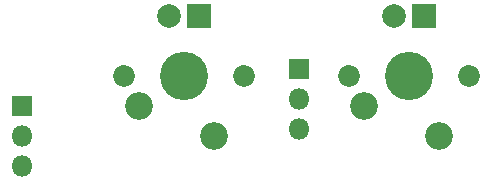
<source format=gbr>
%TF.GenerationSoftware,KiCad,Pcbnew,(5.1.6)-1*%
%TF.CreationDate,2021-09-10T13:09:24-05:00*%
%TF.ProjectId,Pikatea Macropad GB3 Addon,50696b61-7465-4612-904d-6163726f7061,rev?*%
%TF.SameCoordinates,Original*%
%TF.FileFunction,Soldermask,Top*%
%TF.FilePolarity,Negative*%
%FSLAX46Y46*%
G04 Gerber Fmt 4.6, Leading zero omitted, Abs format (unit mm)*
G04 Created by KiCad (PCBNEW (5.1.6)-1) date 2021-09-10 13:09:24*
%MOMM*%
%LPD*%
G01*
G04 APERTURE LIST*
%ADD10O,1.800000X1.800000*%
%ADD11R,1.800000X1.800000*%
%ADD12C,1.850000*%
%ADD13R,2.005000X2.005000*%
%ADD14C,2.005000*%
%ADD15C,2.350000*%
%ADD16C,4.087800*%
G04 APERTURE END LIST*
D10*
%TO.C,J4*%
X174310000Y-112510000D03*
X174310000Y-109970000D03*
D11*
X174310000Y-107430000D03*
%TD*%
D12*
%TO.C,MX5*%
X212130000Y-104920000D03*
X201970000Y-104920000D03*
D13*
X208320000Y-99840000D03*
D14*
X205780000Y-99840000D03*
D15*
X203240000Y-107460000D03*
D16*
X207050000Y-104920000D03*
D15*
X209590000Y-110000000D03*
%TD*%
D12*
%TO.C,MX4*%
X193080000Y-104920000D03*
X182920000Y-104920000D03*
D13*
X189270000Y-99840000D03*
D14*
X186730000Y-99840000D03*
D15*
X184190000Y-107460000D03*
D16*
X188000000Y-104920000D03*
D15*
X190540000Y-110000000D03*
%TD*%
D10*
%TO.C,J5*%
X197760000Y-109390000D03*
X197760000Y-106850000D03*
D11*
X197760000Y-104310000D03*
%TD*%
M02*

</source>
